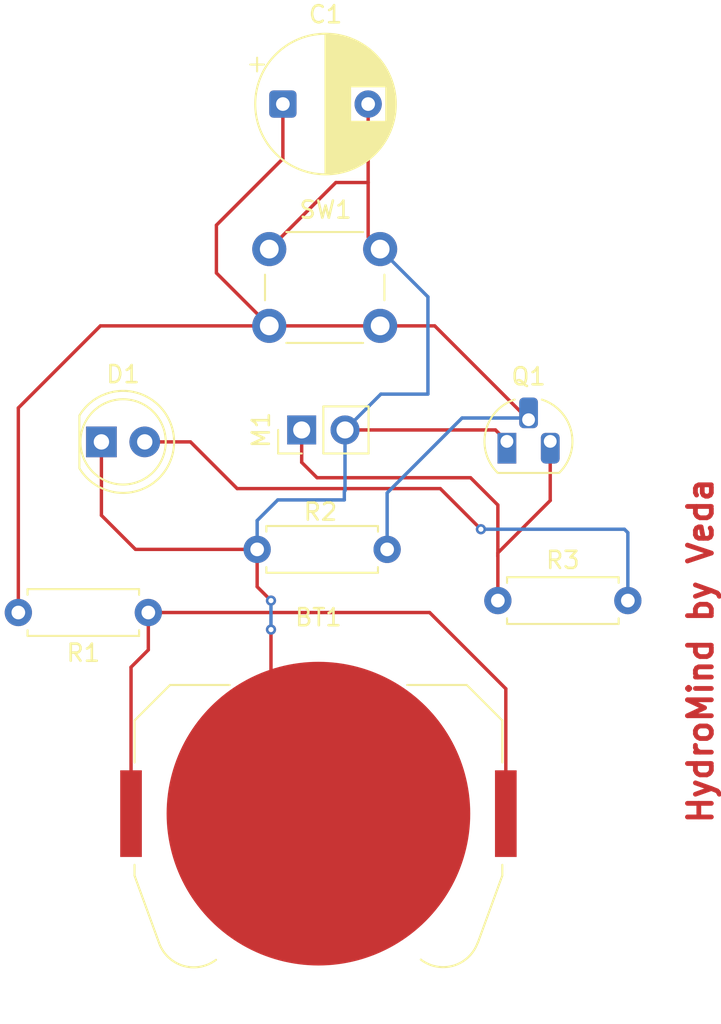
<source format=kicad_pcb>
(kicad_pcb (version 20241229) (generator "pcbnew") (generator_version "9.0")
  (layers (0 "F.Cu" signal) (2 "B.Cu" signal) (13 "F.Paste" user) (15 "B.Paste" user) (5 "F.SilkS" user "F.Silkscreen") (7 "B.SilkS" user "B.Silkscreen") (1 "F.Mask" user) (3 "B.Mask" user) (25 "Edge.Cuts" user))
  (net 0 "")
  (net 1 "Net-(BT1-+)")
  (net 2 "Net-(BT1--)")
  (net 3 "Net-(Q1-B)")
  (net 4 "Net-(D1-A)")
  (net 5 "Net-(M1-+)")
  (footprint "Resistor_THT:R_Axial_DIN0207_L6.3mm_D2.5mm_P7.62mm_Horizontal" (layer "F.Cu") (at 165.3 116.1)
    (property "Reference" "R3" (at 3.81 -2.37 0) (layer "F.SilkS"))
    (property "Value" "220Ω")
    (fp_line (start 0.54 -1.37) (end 7.08 -1.37) (stroke (width 0.12)) (layer "F.SilkS"))
    (fp_line (start 0.54 -1.04) (end 0.54 -1.37) (stroke (width 0.12)) (layer "F.SilkS"))
    (fp_line (start 0.54 1.04) (end 0.54 1.37) (stroke (width 0.12)) (layer "F.SilkS"))
    (fp_line (start 0.54 1.37) (end 7.08 1.37) (stroke (width 0.12)) (layer "F.SilkS"))
    (fp_line (start 7.08 -1.37) (end 7.08 -1.04) (stroke (width 0.12)) (layer "F.SilkS"))
    (fp_line (start 7.08 1.37) (end 7.08 1.04) (stroke (width 0.12)) (layer "F.SilkS"))
    (pad "1" thru_hole circle (at 0 0) (size 1.6 1.6) (drill 0.8) (layers "*.Cu" "*.Mask") (net 5 "Net-(M1-+)"))
    (pad "2" thru_hole circle (at 7.62 0) (size 1.6 1.6) (drill 0.8) (layers "*.Cu" "*.Mask") (net 4 "Net-(D1-A)"))
  )
  (footprint "Capacitor_THT:CP_Radial_D8.0mm_P5.00mm" (layer "F.Cu") (at 152.697349 87)
    (property "Reference" "C1" (at 2.5 -5.25 0) (layer "F.SilkS"))
    (property "Value" "10µF")
    (fp_line (start -1.909698 -2.315) (end -1.109698 -2.315) (stroke (width 0.12)) (layer "F.SilkS"))
    (fp_line (start -1.509698 -2.715) (end -1.509698 -1.915) (stroke (width 0.12)) (layer "F.SilkS"))
    (fp_line (start 2.5 -4.08) (end 2.5 4.08) (stroke (width 0.12)) (layer "F.SilkS"))
    (fp_line (start 2.54 -4.08) (end 2.54 4.08) (stroke (width 0.12)) (layer "F.SilkS"))
    (fp_line (start 2.58 -4.079) (end 2.58 4.079) (stroke (width 0.12)) (layer "F.SilkS"))
    (fp_line (start 2.62 -4.078) (end 2.62 4.078) (stroke (width 0.12)) (layer "F.SilkS"))
    (fp_line (start 2.66 -4.077) (end 2.66 4.077) (stroke (width 0.12)) (layer "F.SilkS"))
    (fp_line (start 2.7 -4.075) (end 2.7 4.075) (stroke (width 0.12)) (layer "F.SilkS"))
    (fp_line (start 2.74 -4.073) (end 2.74 4.073) (stroke (width 0.12)) (layer "F.SilkS"))
    (fp_line (start 2.78 -4.07) (end 2.78 4.07) (stroke (width 0.12)) (layer "F.SilkS"))
    (fp_line (start 2.82 -4.068) (end 2.82 4.068) (stroke (width 0.12)) (layer "F.SilkS"))
    (fp_line (start 2.86 -4.064) (end 2.86 4.064) (stroke (width 0.12)) (layer "F.SilkS"))
    (fp_line (start 2.9 -4.061) (end 2.9 4.061) (stroke (width 0.12)) (layer "F.SilkS"))
    (fp_line (start 2.94 -4.056) (end 2.94 4.056) (stroke (width 0.12)) (layer "F.SilkS"))
    (fp_line (start 2.98 -4.052) (end 2.98 4.052) (stroke (width 0.12)) (layer "F.SilkS"))
    (fp_line (start 3.02 -4.047) (end 3.02 4.047) (stroke (width 0.12)) (layer "F.SilkS"))
    (fp_line (start 3.06 -4.042) (end 3.06 4.042) (stroke (width 0.12)) (layer "F.SilkS"))
    (fp_line (start 3.1 -4.036) (end 3.1 4.036) (stroke (width 0.12)) (layer "F.SilkS"))
    (fp_line (start 3.14 -4.03) (end 3.14 4.03) (stroke (width 0.12)) (layer "F.SilkS"))
    (fp_line (start 3.18 -4.023) (end 3.18 4.023) (stroke (width 0.12)) (layer "F.SilkS"))
    (fp_line (start 3.22 -4.017) (end 3.22 4.017) (stroke (width 0.12)) (layer "F.SilkS"))
    (fp_line (start 3.26 -4.009) (end 3.26 4.009) (stroke (width 0.12)) (layer "F.SilkS"))
    (fp_line (start 3.3 -4.002) (end 3.3 4.002) (stroke (width 0.12)) (layer "F.SilkS"))
    (fp_line (start 3.34 -3.993) (end 3.34 3.993) (stroke (width 0.12)) (layer "F.SilkS"))
    (fp_line (start 3.38 -3.985) (end 3.38 3.985) (stroke (width 0.12)) (layer "F.SilkS"))
    (fp_line (start 3.42 -3.976) (end 3.42 3.976) (stroke (width 0.12)) (layer "F.SilkS"))
    (fp_line (start 3.46 -3.967) (end 3.46 3.967) (stroke (width 0.12)) (layer "F.SilkS"))
    (fp_line (start 3.5 -3.957) (end 3.5 3.957) (stroke (width 0.12)) (layer "F.SilkS"))
    (fp_line (start 3.54 -3.947) (end 3.54 3.947) (stroke (width 0.12)) (layer "F.SilkS"))
    (fp_line (start 3.58 -3.936) (end 3.58 3.936) (stroke (width 0.12)) (layer "F.SilkS"))
    (fp_line (start 3.62 -3.925) (end 3.62 3.925) (stroke (width 0.12)) (layer "F.SilkS"))
    (fp_line (start 3.66 -3.913) (end 3.66 3.913) (stroke (width 0.12)) (layer "F.SilkS"))
    (fp_line (start 3.7 -3.901) (end 3.7 3.901) (stroke (width 0.12)) (layer "F.SilkS"))
    (fp_line (start 3.74 -3.889) (end 3.74 3.889) (stroke (width 0.12)) (layer "F.SilkS"))
    (fp_line (start 3.78 -3.876) (end 3.78 3.876) (stroke (width 0.12)) (layer "F.SilkS"))
    (fp_line (start 3.82 -3.863) (end 3.82 3.863) (stroke (width 0.12)) (layer "F.SilkS"))
    (fp_line (start 3.86 -3.849) (end 3.86 3.849) (stroke (width 0.12)) (layer "F.SilkS"))
    (fp_line (start 3.9 -3.835) (end 3.9 3.835) (stroke (width 0.12)) (layer "F.SilkS"))
    (fp_line (start 3.94 -3.82) (end 3.94 3.82) (stroke (width 0.12)) (layer "F.SilkS"))
    (fp_line (start 3.98 -3.805) (end 3.98 -1.04) (stroke (width 0.12)) (layer "F.SilkS"))
    (fp_line (start 3.98 1.04) (end 3.98 3.805) (stroke (width 0.12)) (layer "F.SilkS"))
    (fp_line (start 4.02 -3.789) (end 4.02 -1.04) (stroke (width 0.12)) (layer "F.SilkS"))
    (fp_line (start 4.02 1.04) (end 4.02 3.789) (stroke (width 0.12)) (layer "F.SilkS"))
    (fp_line (start 4.06 -3.773) (end 4.06 -1.04) (stroke (width 0.12)) (layer "F.SilkS"))
    (fp_line (start 4.06 1.04) (end 4.06 3.773) (stroke (width 0.12)) (layer "F.SilkS"))
    (fp_line (start 4.1 -3.757) (end 4.1 -1.04) (stroke (width 0.12)) (layer "F.SilkS"))
    (fp_line (start 4.1 1.04) (end 4.1 3.757) (stroke (width 0.12)) (layer "F.SilkS"))
    (fp_line (start 4.14 -3.74) (end 4.14 -1.04) (stroke (width 0.12)) (layer "F.SilkS"))
    (fp_line (start 4.14 1.04) (end 4.14 3.74) (stroke (width 0.12)) (layer "F.SilkS"))
    (fp_line (start 4.18 -3.722) (end 4.18 -1.04) (stroke (width 0.12)) (layer "F.SilkS"))
    (fp_line (start 4.18 1.04) (end 4.18 3.722) (stroke (width 0.12)) (layer "F.SilkS"))
    (fp_line (start 4.22 -3.704) (end 4.22 -1.04) (stroke (width 0.12)) (layer "F.SilkS"))
    (fp_line (start 4.22 1.04) (end 4.22 3.704) (stroke (width 0.12)) (layer "F.SilkS"))
    (fp_line (start 4.26 -3.685) (end 4.26 -1.04) (stroke (width 0.12)) (layer "F.SilkS"))
    (fp_line (start 4.26 1.04) (end 4.26 3.685) (stroke (width 0.12)) (layer "F.SilkS"))
    (fp_line (start 4.3 -3.666) (end 4.3 -1.04) (stroke (width 0.12)) (layer "F.SilkS"))
    (fp_line (start 4.3 1.04) (end 4.3 3.666) (stroke (width 0.12)) (layer "F.SilkS"))
    (fp_line (start 4.34 -3.646) (end 4.34 -1.04) (stroke (width 0.12)) (layer "F.SilkS"))
    (fp_line (start 4.34 1.04) (end 4.34 3.646) (stroke (width 0.12)) (layer "F.SilkS"))
    (fp_line (start 4.38 -3.626) (end 4.38 -1.04) (stroke (width 0.12)) (layer "F.SilkS"))
    (fp_line (start 4.38 1.04) (end 4.38 3.626) (stroke (width 0.12)) (layer "F.SilkS"))
    (fp_line (start 4.42 -3.605) (end 4.42 -1.04) (stroke (width 0.12)) (layer "F.SilkS"))
    (fp_line (start 4.42 1.04) (end 4.42 3.605) (stroke (width 0.12)) (layer "F.SilkS"))
    (fp_line (start 4.46 -3.584) (end 4.46 -1.04) (stroke (width 0.12)) (layer "F.SilkS"))
    (fp_line (start 4.46 1.04) (end 4.46 3.584) (stroke (width 0.12)) (layer "F.SilkS"))
    (fp_line (start 4.5 -3.562) (end 4.5 -1.04) (stroke (width 0.12)) (layer "F.SilkS"))
    (fp_line (start 4.5 1.04) (end 4.5 3.562) (stroke (width 0.12)) (layer "F.SilkS"))
    (fp_line (start 4.54 -3.539) (end 4.54 -1.04) (stroke (width 0.12)) (layer "F.SilkS"))
    (fp_line (start 4.54 1.04) (end 4.54 3.539) (stroke (width 0.12)) (layer "F.SilkS"))
    (fp_line (start 4.58 -3.516) (end 4.58 -1.04) (stroke (width 0.12)) (layer "F.SilkS"))
    (fp_line (start 4.58 1.04) (end 4.58 3.516) (stroke (width 0.12)) (layer "F.SilkS"))
    (fp_line (start 4.62 -3.493) (end 4.62 -1.04) (stroke (width 0.12)) (layer "F.SilkS"))
    (fp_line (start 4.62 1.04) (end 4.62 3.493) (stroke (width 0.12)) (layer "F.SilkS"))
    (fp_line (start 4.66 -3.468) (end 4.66 -1.04) (stroke (width 0.12)) (layer "F.SilkS"))
    (fp_line (start 4.66 1.04) (end 4.66 3.468) (stroke (width 0.12)) (layer "F.SilkS"))
    (fp_line (start 4.7 -3.443) (end 4.7 -1.04) (stroke (width 0.12)) (layer "F.SilkS"))
    (fp_line (start 4.7 1.04) (end 4.7 3.443) (stroke (width 0.12)) (layer "F.SilkS"))
    (fp_line (start 4.74 -3.418) (end 4.74 -1.04) (stroke (width 0.12)) (layer "F.SilkS"))
    (fp_line (start 4.74 1.04) (end 4.74 3.418) (stroke (width 0.12)) (layer "F.SilkS"))
    (fp_line (start 4.78 -3.392) (end 4.78 -1.04) (stroke (width 0.12)) (layer "F.SilkS"))
    (fp_line (start 4.78 1.04) (end 4.78 3.392) (stroke (width 0.12)) (layer "F.SilkS"))
    (fp_line (start 4.82 -3.365) (end 4.82 -1.04) (stroke (width 0.12)) (layer "F.SilkS"))
    (fp_line (start 4.82 1.04) (end 4.82 3.365) (stroke (width 0.12)) (layer "F.SilkS"))
    (fp_line (start 4.86 -3.337) (end 4.86 -1.04) (stroke (width 0.12)) (layer "F.SilkS"))
    (fp_line (start 4.86 1.04) (end 4.86 3.337) (stroke (width 0.12)) (layer "F.SilkS"))
    (fp_line (start 4.9 -3.309) (end 4.9 -1.04) (stroke (width 0.12)) (layer "F.SilkS"))
    (fp_line (start 4.9 1.04) (end 4.9 3.309) (stroke (width 0.12)) (layer "F.SilkS"))
    (fp_line (start 4.94 -3.28) (end 4.94 -1.04) (stroke (width 0.12)) (layer "F.SilkS"))
    (fp_line (start 4.94 1.04) (end 4.94 3.28) (stroke (width 0.12)) (layer "F.SilkS"))
    (fp_line (start 4.98 -3.25) (end 4.98 -1.04) (stroke (width 0.12)) (layer "F.SilkS"))
    (fp_line (start 4.98 1.04) (end 4.98 3.25) (stroke (width 0.12)) (layer "F.SilkS"))
    (fp_line (start 5.02 -3.219) (end 5.02 -1.04) (stroke (width 0.12)) (layer "F.SilkS"))
    (fp_line (start 5.02 1.04) (end 5.02 3.219) (stroke (width 0.12)) (layer "F.SilkS"))
    (fp_line (start 5.06 -3.188) (end 5.06 -1.04) (stroke (width 0.12)) (layer "F.SilkS"))
    (fp_line (start 5.06 1.04) (end 5.06 3.188) (stroke (width 0.12)) (layer "F.SilkS"))
    (fp_line (start 5.1 -3.156) (end 5.1 -1.04) (stroke (width 0.12)) (layer "F.SilkS"))
    (fp_line (start 5.1 1.04) (end 5.1 3.156) (stroke (width 0.12)) (layer "F.SilkS"))
    (fp_line (start 5.14 -3.123) (end 5.14 -1.04) (stroke (width 0.12)) (layer "F.SilkS"))
    (fp_line (start 5.14 1.04) (end 5.14 3.123) (stroke (width 0.12)) (layer "F.SilkS"))
    (fp_line (start 5.18 -3.089) (end 5.18 -1.04) (stroke (width 0.12)) (layer "F.SilkS"))
    (fp_line (start 5.18 1.04) (end 5.18 3.089) (stroke (width 0.12)) (layer "F.SilkS"))
    (fp_line (start 5.22 -3.055) (end 5.22 -1.04) (stroke (width 0.12)) (layer "F.SilkS"))
    (fp_line (start 5.22 1.04) (end 5.22 3.055) (stroke (width 0.12)) (layer "F.SilkS"))
    (fp_line (start 5.26 -3.019) (end 5.26 -1.04) (stroke (width 0.12)) (layer "F.SilkS"))
    (fp_line (start 5.26 1.04) (end 5.26 3.019) (stroke (width 0.12)) (layer "F.SilkS"))
    (fp_line (start 5.3 -2.982) (end 5.3 -1.04) (stroke (width 0.12)) (layer "F.SilkS"))
    (fp_line (start 5.3 1.04) (end 5.3 2.982) (stroke (width 0.12)) (layer "F.SilkS"))
    (fp_line (start 5.34 -2.945) (end 5.34 -1.04) (stroke (width 0.12)) (layer "F.SilkS"))
    (fp_line (start 5.34 1.04) (end 5.34 2.945) (stroke (width 0.12)) (layer "F.SilkS"))
    (fp_line (start 5.38 -2.906) (end 5.38 -1.04) (stroke (width 0.12)) (layer "F.SilkS"))
    (fp_line (start 5.38 1.04) (end 5.38 2.906) (stroke (width 0.12)) (layer "F.SilkS"))
    (fp_line (start 5.42 -2.867) (end 5.42 -1.04) (stroke (width 0.12)) (layer "F.SilkS"))
    (fp_line (start 5.42 1.04) (end 5.42 2.867) (stroke (width 0.12)) (layer "F.SilkS"))
    (fp_line (start 5.46 -2.826) (end 5.46 -1.04) (stroke (width 0.12)) (layer "F.SilkS"))
    (fp_line (start 5.46 1.04) (end 5.46 2.826) (stroke (width 0.12)) (layer "F.SilkS"))
    (fp_line (start 5.5 -2.784) (end 5.5 -1.04) (stroke (width 0.12)) (layer "F.SilkS"))
    (fp_line (start 5.5 1.04) (end 5.5 2.784) (stroke (width 0.12)) (layer "F.SilkS"))
    (fp_line (start 5.54 -2.741) (end 5.54 -1.04) (stroke (width 0.12)) (layer "F.SilkS"))
    (fp_line (start 5.54 1.04) (end 5.54 2.741) (stroke (width 0.12)) (layer "F.SilkS"))
    (fp_line (start 5.58 -2.696) (end 5.58 -1.04) (stroke (width 0.12)) (layer "F.SilkS"))
    (fp_line (start 5.58 1.04) (end 5.58 2.696) (stroke (width 0.12)) (layer "F.SilkS"))
    (fp_line (start 5.62 -2.651) (end 5.62 -1.04) (stroke (width 0.12)) (layer "F.SilkS"))
    (fp_line (start 5.62 1.04) (end 5.62 2.651) (stroke (width 0.12)) (layer "F.SilkS"))
    (fp_line (start 5.66 -2.604) (end 5.66 -1.04) (stroke (width 0.12)) (layer "F.SilkS"))
    (fp_line (start 5.66 1.04) (end 5.66 2.604) (stroke (width 0.12)) (layer "F.SilkS"))
    (fp_line (start 5.7 -2.555) (end 5.7 -1.04) (stroke (width 0.12)) (layer "F.SilkS"))
    (fp_line (start 5.7 1.04) (end 5.7 2.555) (stroke (width 0.12)) (layer "F.SilkS"))
    (fp_line (start 5.74 -2.505) (end 5.74 -1.04) (stroke (width 0.12)) (layer "F.SilkS"))
    (fp_line (start 5.74 1.04) (end 5.74 2.505) (stroke (width 0.12)) (layer "F.SilkS"))
    (fp_line (start 5.78 -2.453) (end 5.78 -1.04) (stroke (width 0.12)) (layer "F.SilkS"))
    (fp_line (start 5.78 1.04) (end 5.78 2.453) (stroke (width 0.12)) (layer "F.SilkS"))
    (fp_line (start 5.82 -2.4) (end 5.82 -1.04) (stroke (width 0.12)) (layer "F.SilkS"))
    (fp_line (start 5.82 1.04) (end 5.82 2.4) (stroke (width 0.12)) (layer "F.SilkS"))
    (fp_line (start 5.86 -2.344) (end 5.86 -1.04) (stroke (width 0.12)) (layer "F.SilkS"))
    (fp_line (start 5.86 1.04) (end 5.86 2.344) (stroke (width 0.12)) (layer "F.SilkS"))
    (fp_line (start 5.9 -2.287) (end 5.9 -1.04) (stroke (width 0.12)) (layer "F.SilkS"))
    (fp_line (start 5.9 1.04) (end 5.9 2.287) (stroke (width 0.12)) (layer "F.SilkS"))
    (fp_line (start 5.94 -2.227) (end 5.94 -1.04) (stroke (width 0.12)) (layer "F.SilkS"))
    (fp_line (start 5.94 1.04) (end 5.94 2.227) (stroke (width 0.12)) (layer "F.SilkS"))
    (fp_line (start 5.98 -2.165) (end 5.98 -1.04) (stroke (width 0.12)) (layer "F.SilkS"))
    (fp_line (start 5.98 1.04) (end 5.98 2.165) (stroke (width 0.12)) (layer "F.SilkS"))
    (fp_line (start 6.02 -2.101) (end 6.02 -1.04) (stroke (width 0.12)) (layer "F.SilkS"))
    (fp_line (start 6.02 1.04) (end 6.02 2.101) (stroke (width 0.12)) (layer "F.SilkS"))
    (fp_line (start 6.06 -2.034) (end 6.06 2.034) (stroke (width 0.12)) (layer "F.SilkS"))
    (fp_line (start 6.1 -1.964) (end 6.1 1.964) (stroke (width 0.12)) (layer "F.SilkS"))
    (fp_line (start 6.14 -1.89) (end 6.14 1.89) (stroke (width 0.12)) (layer "F.SilkS"))
    (fp_line (start 6.18 -1.813) (end 6.18 1.813) (stroke (width 0.12)) (layer "F.SilkS"))
    (fp_line (start 6.22 -1.731) (end 6.22 1.731) (stroke (width 0.12)) (layer "F.SilkS"))
    (fp_line (start 6.26 -1.644) (end 6.26 1.644) (stroke (width 0.12)) (layer "F.SilkS"))
    (fp_line (start 6.3 -1.552) (end 6.3 1.552) (stroke (width 0.12)) (layer "F.SilkS"))
    (fp_line (start 6.34 -1.453) (end 6.34 1.453) (stroke (width 0.12)) (layer "F.SilkS"))
    (fp_line (start 6.38 -1.346) (end 6.38 1.346) (stroke (width 0.12)) (layer "F.SilkS"))
    (fp_line (start 6.42 -1.228) (end 6.42 1.228) (stroke (width 0.12)) (layer "F.SilkS"))
    (fp_line (start 6.46 -1.097) (end 6.46 1.097) (stroke (width 0.12)) (layer "F.SilkS"))
    (fp_line (start 6.5 -0.947) (end 6.5 0.947) (stroke (width 0.12)) (layer "F.SilkS"))
    (fp_line (start 6.54 -0.768) (end 6.54 0.768) (stroke (width 0.12)) (layer "F.SilkS"))
    (fp_line (start 6.58 -0.533) (end 6.58 0.533) (stroke (width 0.12)) (layer "F.SilkS"))
    (fp_circle (center 2.5 0) (end 6.62 0) (stroke (width 0.12)) (fill no) (layer "F.SilkS"))
    (pad "1" thru_hole roundrect (at 0 0) (size 1.6 1.6) (drill 0.8) (layers "*.Cu" "*.Mask") (roundrect_rratio 0.15625) (net 3 "Net-(Q1-B)"))
    (pad "2" thru_hole circle (at 5 0) (size 1.6 1.6) (drill 0.8) (layers "*.Cu" "*.Mask") (net 2 "Net-(BT1--)"))
  )
  (footprint "Resistor_THT:R_Axial_DIN0207_L6.3mm_D2.5mm_P7.62mm_Horizontal" (layer "F.Cu") (at 144.81 116.8 180)
    (property "Reference" "R1" (at 3.81 -2.37 0) (layer "F.SilkS"))
    (property "Value" "10MΩ")
    (fp_line (start 7.08 1.37) (end 7.08 1.04) (stroke (width 0.12)) (layer "F.SilkS"))
    (fp_line (start 7.08 -1.37) (end 7.08 -1.04) (stroke (width 0.12)) (layer "F.SilkS"))
    (fp_line (start 0.54 1.37) (end 7.08 1.37) (stroke (width 0.12)) (layer "F.SilkS"))
    (fp_line (start 0.54 1.04) (end 0.54 1.37) (stroke (width 0.12)) (layer "F.SilkS"))
    (fp_line (start 0.54 -1.04) (end 0.54 -1.37) (stroke (width 0.12)) (layer "F.SilkS"))
    (fp_line (start 0.54 -1.37) (end 7.08 -1.37) (stroke (width 0.12)) (layer "F.SilkS"))
    (pad "1" thru_hole circle (at 0 0 180) (size 1.6 1.6) (drill 0.8) (layers "*.Cu" "*.Mask") (net 1 "Net-(BT1-+)"))
    (pad "2" thru_hole circle (at 7.62 0 180) (size 1.6 1.6) (drill 0.8) (layers "*.Cu" "*.Mask") (net 3 "Net-(Q1-B)"))
  )
  (footprint "LED_THT:LED_D5.0mm" (layer "F.Cu") (at 142.06 106.8)
    (property "Reference" "D1" (at 1.27 -3.96 0) (layer "F.SilkS"))
    (property "Value" "LED")
    (fp_line (start -1.29 -1.545) (end -1.29 1.545) (stroke (width 0.12)) (layer "F.SilkS"))
    (fp_arc (start -1.29 -1.54483) (mid 2.071779 -2.880495) (end 4.26 0) (stroke (width 0.12)) (layer "F.SilkS"))
    (fp_arc (start 4.26 0) (mid 2.071779 2.880495) (end -1.29 1.54483) (stroke (width 0.12)) (layer "F.SilkS"))
    (fp_circle (center 1.27 0) (end 3.77 0) (stroke (width 0.12)) (fill no) (layer "F.SilkS"))
    (pad "1" thru_hole rect (at 0 0) (size 1.8 1.8) (drill 0.9) (layers "*.Cu" "*.Mask") (net 2 "Net-(BT1--)"))
    (pad "2" thru_hole circle (at 2.54 0) (size 1.8 1.8) (drill 0.9) (layers "*.Cu" "*.Mask") (net 4 "Net-(D1-A)"))
  )
  (footprint "Connector_PinHeader_2.54mm:PinHeader_1x02_P2.54mm_Vertical" (layer "F.Cu") (at 153.8 106.1 90)
    (property "Reference" "M1" (at 0 -2.38 90) (layer "F.SilkS"))
    (property "Value" "Motor_DC")
    (fp_line (start -1.38 -1.38) (end 0 -1.38) (stroke (width 0.12)) (layer "F.SilkS"))
    (fp_line (start -1.38 0) (end -1.38 -1.38) (stroke (width 0.12)) (layer "F.SilkS"))
    (fp_line (start 1.38 1.27) (end 1.38 3.92) (stroke (width 0.12)) (layer "F.SilkS"))
    (fp_line (start -1.38 1.27) (end 1.38 1.27) (stroke (width 0.12)) (layer "F.SilkS"))
    (fp_line (start -1.38 1.27) (end -1.38 3.92) (stroke (width 0.12)) (layer "F.SilkS"))
    (fp_line (start -1.38 3.92) (end 1.38 3.92) (stroke (width 0.12)) (layer "F.SilkS"))
    (pad "1" thru_hole rect (at 0 0 90) (size 1.7 1.7) (drill 1) (layers "*.Cu" "*.Mask") (net 5 "Net-(M1-+)"))
    (pad "2" thru_hole circle (at 0 2.54 90) (size 1.7 1.7) (drill 1) (layers "*.Cu" "*.Mask") (net 2 "Net-(BT1--)"))
  )
  (footprint "Package_TO_SOT_THT:TO-92L_HandSolder" (layer "F.Cu") (at 165.83 106.77)
    (property "Reference" "Q1" (at 1.27 -3.8 0) (layer "F.SilkS"))
    (property "Value" "2N3904")
    (fp_line (start -0.53 1.85) (end 3.07 1.85) (stroke (width 0.12)) (layer "F.SilkS"))
    (fp_arc (start -0.541453 1.842156) (mid -1.247298 -0.581475) (end 0.45 -2.45) (stroke (width 0.12)) (layer "F.SilkS"))
    (fp_arc (start 2.05 -2.45) (mid 3.769931 -0.601036) (end 3.078445 1.827684) (stroke (width 0.12)) (layer "F.SilkS"))
    (pad "1" thru_hole rect (at 0 0) (size 1.1 1.8) (drill 0.75 (offset 0 0.4)) (layers "*.Cu" "*.Mask") (net 2 "Net-(BT1--)"))
    (pad "2" thru_hole roundrect (at 1.27 -1.27) (size 1.1 1.8) (drill 0.75 (offset 0 -0.4)) (layers "*.Cu" "*.Mask") (net 3 "Net-(Q1-B)"))
    (pad "3" thru_hole roundrect (at 2.54 0) (size 1.1 1.8) (drill 0.75 (offset 0 0.4)) (layers "*.Cu" "*.Mask") (net 5 "Net-(M1-+)"))
  )
  (footprint "Resistor_THT:R_Axial_DIN0207_L6.3mm_D2.5mm_P7.62mm_Horizontal" (layer "F.Cu") (at 151.19 113.1)
    (property "Reference" "R2" (at 3.71 -2.2 0) (layer "F.SilkS"))
    (property "Value" "4.7kΩ")
    (fp_line (start 0.54 -1.37) (end 7.08 -1.37) (stroke (width 0.12)) (layer "F.SilkS"))
    (fp_line (start 0.54 -1.04) (end 0.54 -1.37) (stroke (width 0.12)) (layer "F.SilkS"))
    (fp_line (start 0.54 1.04) (end 0.54 1.37) (stroke (width 0.12)) (layer "F.SilkS"))
    (fp_line (start 0.54 1.37) (end 7.08 1.37) (stroke (width 0.12)) (layer "F.SilkS"))
    (fp_line (start 7.08 -1.37) (end 7.08 -1.04) (stroke (width 0.12)) (layer "F.SilkS"))
    (fp_line (start 7.08 1.37) (end 7.08 1.04) (stroke (width 0.12)) (layer "F.SilkS"))
    (pad "1" thru_hole circle (at 0 0) (size 1.6 1.6) (drill 0.8) (layers "*.Cu" "*.Mask") (net 2 "Net-(BT1--)"))
    (pad "2" thru_hole circle (at 7.62 0) (size 1.6 1.6) (drill 0.8) (layers "*.Cu" "*.Mask") (net 3 "Net-(Q1-B)"))
  )
  (footprint "Battery:BatteryHolder_Keystone_3034_1x20mm" (layer "F.Cu") (at 154.78125 128.5875)
    (property "Reference" "BT1" (at 0 -11.5 0) (layer "F.SilkS"))
    (property "Value" "Battery_Cell")
    (fp_line (start -10.78 -5.46) (end -10.78 -3) (stroke (width 0.12)) (layer "F.SilkS"))
    (fp_line (start -10.78 3) (end -10.78 3.63) (stroke (width 0.12)) (layer "F.SilkS"))
    (fp_line (start -10.78 3.63) (end -9.34 7.58) (stroke (width 0.12)) (layer "F.SilkS"))
    (fp_line (start -8.7 -7.54) (end -10.78 -5.46) (stroke (width 0.12)) (layer "F.SilkS"))
    (fp_line (start -5.2 -7.54) (end -8.7 -7.54) (stroke (width 0.12)) (layer "F.SilkS"))
    (fp_line (start 8.7 -7.54) (end 5.2 -7.54) (stroke (width 0.12)) (layer "F.SilkS"))
    (fp_line (start 8.7 -7.54) (end 10.78 -5.46) (stroke (width 0.12)) (layer "F.SilkS"))
    (fp_line (start 10.78 -5.46) (end 10.78 -3) (stroke (width 0.12)) (layer "F.SilkS"))
    (fp_line (start 10.78 3) (end 10.78 3.63) (stroke (width 0.12)) (layer "F.SilkS"))
    (fp_line (start 10.78 3.63) (end 9.34 7.58) (stroke (width 0.12)) (layer "F.SilkS"))
    (fp_arc (start -6.003354 8.56653) (mid -7.921654 8.918738) (end -9.34 7.58) (stroke (width 0.12)) (layer "F.SilkS"))
    (fp_arc (start 9.325243 7.588169) (mid 7.90634 8.911668) (end 6 8.55) (stroke (width 0.12)) (layer "F.SilkS"))
    (pad "1" smd rect (at -10.985 0) (size 1.27 5.08) (layers "F.Cu" "F.Mask" "F.Paste") (net 1 "Net-(BT1-+)"))
    (pad "1" smd rect (at 10.985 0) (size 1.27 5.08) (layers "F.Cu" "F.Mask" "F.Paste") (net 1 "Net-(BT1-+)"))
    (pad "2" smd circle (at 0 0) (size 17.8 17.8) (layers "F.Cu" "F.Mask") (net 2 "Net-(BT1--)"))
  )
  (footprint "Button_Switch_THT:SW_PUSH_6mm" (layer "F.Cu") (at 151.9 95.5)
    (property "Reference" "SW1" (at 3.3 -2.3 0) (layer "F.SilkS"))
    (property "Value" "SW_Push")
    (fp_line (start -0.25 1.5) (end -0.25 3) (stroke (width 0.12)) (layer "F.SilkS"))
    (fp_line (start 1 5.5) (end 5.5 5.5) (stroke (width 0.12)) (layer "F.SilkS"))
    (fp_line (start 5.5 -1) (end 1 -1) (stroke (width 0.12)) (layer "F.SilkS"))
    (fp_line (start 6.75 3) (end 6.75 1.5) (stroke (width 0.12)) (layer "F.SilkS"))
    (pad "1" thru_hole circle (at 0 0 90) (size 2 2) (drill 1.1) (layers "*.Cu" "*.Mask") (net 2 "Net-(BT1--)"))
    (pad "1" thru_hole circle (at 6.5 0 90) (size 2 2) (drill 1.1) (layers "*.Cu" "*.Mask") (net 2 "Net-(BT1--)"))
    (pad "2" thru_hole circle (at 0 4.5 90) (size 2 2) (drill 1.1) (layers "*.Cu" "*.Mask") (net 3 "Net-(Q1-B)"))
    (pad "2" thru_hole circle (at 6.5 4.5 90) (size 2 2) (drill 1.1) (layers "*.Cu" "*.Mask") (net 3 "Net-(Q1-B)"))
  )
  (gr_text "HydroMind by Veda" (at 178 129.3 90) (layer "F.Cu") (effects (font (size 1.4 1.4) (thickness 0.28) (bold yes)) (justify left bottom)))
  (segment (start 143.79625 120.00375) (end 144.81 118.99) (width 0.2) (layer "F.Cu") (net 1))
  (segment (start 165.76625 121.26625) (end 161.3 116.8) (width 0.2) (layer "F.Cu") (net 1))
  (segment (start 165.76625 128.5875) (end 165.76625 121.26625) (width 0.2) (layer "F.Cu") (net 1))
  (segment (start 144.81 118.99) (end 144.81 116.8) (width 0.2) (layer "F.Cu") (net 1))
  (segment (start 161.3 116.8) (end 144.81 116.8) (width 0.2) (layer "F.Cu") (net 1))
  (segment (start 143.79625 128.5875) (end 143.79625 120.00375) (width 0.2) (layer "F.Cu") (net 1))
  (segment (start 157.697349 91.6) (end 157.697349 94.797349) (width 0.2) (layer "F.Cu") (net 2))
  (segment (start 157.697349 87) (end 157.697349 91.6) (width 0.2) (layer "F.Cu") (net 2))
  (segment (start 157.697349 94.797349) (end 158.4 95.5) (width 0.2) (layer "F.Cu") (net 2))
  (segment (start 151.19 113.1) (end 144.05625 113.1) (width 0.2) (layer "F.Cu") (net 2))
  (segment (start 151.9 95.5) (end 155.8 91.6) (width 0.2) (layer "F.Cu") (net 2))
  (segment (start 165.16 106.1) (end 156.34 106.1) (width 0.2) (layer "F.Cu") (net 2))
  (segment (start 151.19 113.1) (end 151.19 115.29) (width 0.2) (layer "F.Cu") (net 2))
  (segment (start 144.05625 113.1) (end 142.06 111.10375) (width 0.2) (layer "F.Cu") (net 2))
  (segment (start 142.06 111.10375) (end 142.06 106.8) (width 0.2) (layer "F.Cu") (net 2))
  (segment (start 151.19 115.29) (end 152 116.1) (width 0.2) (layer "F.Cu") (net 2))
  (segment (start 165.83 106.77) (end 165.16 106.1) (width 0.2) (layer "F.Cu") (net 2))
  (segment (start 152 117.8) (end 152 125.80625) (width 0.2) (layer "F.Cu") (net 2))
  (segment (start 152 125.80625) (end 154.78125 128.5875) (width 0.2) (layer "F.Cu") (net 2))
  (segment (start 155.8 91.6) (end 157.697349 91.6) (width 0.2) (layer "F.Cu") (net 2))
  (via (at 152 117.8) (size 0.6) (drill 0.3) (layers "F.Cu" "B.Cu") (net 2))
  (via (at 152 116.1) (size 0.6) (drill 0.3) (layers "F.Cu" "B.Cu") (net 2))
  (segment (start 151.19 111.41) (end 152.4 110.2) (width 0.2) (layer "B.Cu") (net 2))
  (segment (start 158.44 104) (end 156.34 106.1) (width 0.2) (layer "B.Cu") (net 2))
  (segment (start 161.2 98.3) (end 161.2 104) (width 0.2) (layer "B.Cu") (net 2))
  (segment (start 151.19 113.1) (end 151.19 111.41) (width 0.2) (layer "B.Cu") (net 2))
  (segment (start 152 116.1) (end 152 117.8) (width 0.2) (layer "B.Cu") (net 2))
  (segment (start 158.4 95.5) (end 161.2 98.3) (width 0.2) (layer "B.Cu") (net 2))
  (segment (start 156.3 110.2) (end 156.3 109.7) (width 0.2) (layer "B.Cu") (net 2))
  (segment (start 156.34 109.66) (end 156.34 106.1) (width 0.2) (layer "B.Cu") (net 2))
  (segment (start 161.2 104) (end 158.44 104) (width 0.2) (layer "B.Cu") (net 2))
  (segment (start 152.4 110.2) (end 156.3 110.2) (width 0.2) (layer "B.Cu") (net 2))
  (segment (start 156.3 109.7) (end 156.34 109.66) (width 0.2) (layer "B.Cu") (net 2))
  (segment (start 148.8 94.1) (end 148.8 96.9) (width 0.2) (layer "F.Cu") (net 3))
  (segment (start 152.697349 90.202651) (end 148.8 94.1) (width 0.2) (layer "F.Cu") (net 3))
  (segment (start 137.19 116.8) (end 137.19 104.81) (width 0.2) (layer "F.Cu") (net 3))
  (segment (start 142 100) (end 151.9 100) (width 0.2) (layer "F.Cu") (net 3))
  (segment (start 158.4 100) (end 161.6 100) (width 0.2) (layer "F.Cu") (net 3))
  (segment (start 152.697349 87) (end 152.697349 90.202651) (width 0.2) (layer "F.Cu") (net 3))
  (segment (start 137.19 104.81) (end 142 100) (width 0.2) (layer "F.Cu") (net 3))
  (segment (start 148.8 96.9) (end 151.9 100) (width 0.2) (layer "F.Cu") (net 3))
  (segment (start 151.9 100) (end 158.4 100) (width 0.2) (layer "F.Cu") (net 3))
  (segment (start 161.6 100) (end 167.1 105.5) (width 0.2) (layer "F.Cu") (net 3))
  (segment (start 158.81 109.79) (end 163.2 105.4) (width 0.2) (layer "B.Cu") (net 3))
  (segment (start 163.2 105.4) (end 167 105.4) (width 0.2) (layer "B.Cu") (net 3))
  (segment (start 167 105.4) (end 167.1 105.5) (width 0.2) (layer "B.Cu") (net 3))
  (segment (start 158.81 113.1) (end 158.81 109.79) (width 0.2) (layer "B.Cu") (net 3))
  (segment (start 161.925 109.5375) (end 164.30625 111.91875) (width 0.2) (layer "F.Cu") (net 4))
  (segment (start 144.6 106.8) (end 147.28125 106.8) (width 0.2) (layer "F.Cu") (net 4))
  (segment (start 150.01875 109.5375) (end 161.925 109.5375) (width 0.2) (layer "F.Cu") (net 4))
  (segment (start 147.28125 106.8) (end 150.01875 109.5375) (width 0.2) (layer "F.Cu") (net 4))
  (via (at 164.30625 111.91875) (size 0.6) (drill 0.3) (layers "F.Cu" "B.Cu") (net 4))
  (segment (start 172.71875 111.91875) (end 172.92 112.12) (width 0.2) (layer "B.Cu") (net 4))
  (segment (start 172.92 112.12) (end 172.92 116.1) (width 0.2) (layer "B.Cu") (net 4))
  (segment (start 164.30625 111.91875) (end 172.71875 111.91875) (width 0.2) (layer "B.Cu") (net 4))
  (segment (start 168.37 110.23625) (end 165.3 113.30625) (width 0.2) (layer "F.Cu") (net 5))
  (segment (start 165.3 113.30625) (end 165.3 113.5) (width 0.2) (layer "F.Cu") (net 5))
  (segment (start 153.8 108) (end 154.7 108.9) (width 0.2) (layer "F.Cu") (net 5))
  (segment (start 163.7 108.9) (end 165.3 110.5) (width 0.2) (layer "F.Cu") (net 5))
  (segment (start 154.7 108.9) (end 163.7 108.9) (width 0.2) (layer "F.Cu") (net 5))
  (segment (start 165.3 110.5) (end 165.3 113.5) (width 0.2) (layer "F.Cu") (net 5))
  (segment (start 153.8 106.1) (end 153.8 108) (width 0.2) (layer "F.Cu") (net 5))
  (segment (start 168.37 106.77) (end 168.37 110.23625) (width 0.2) (layer "F.Cu") (net 5))
  (segment (start 165.3 113.5) (end 165.3 116.1) (width 0.2) (layer "F.Cu") (net 5))
)
</source>
